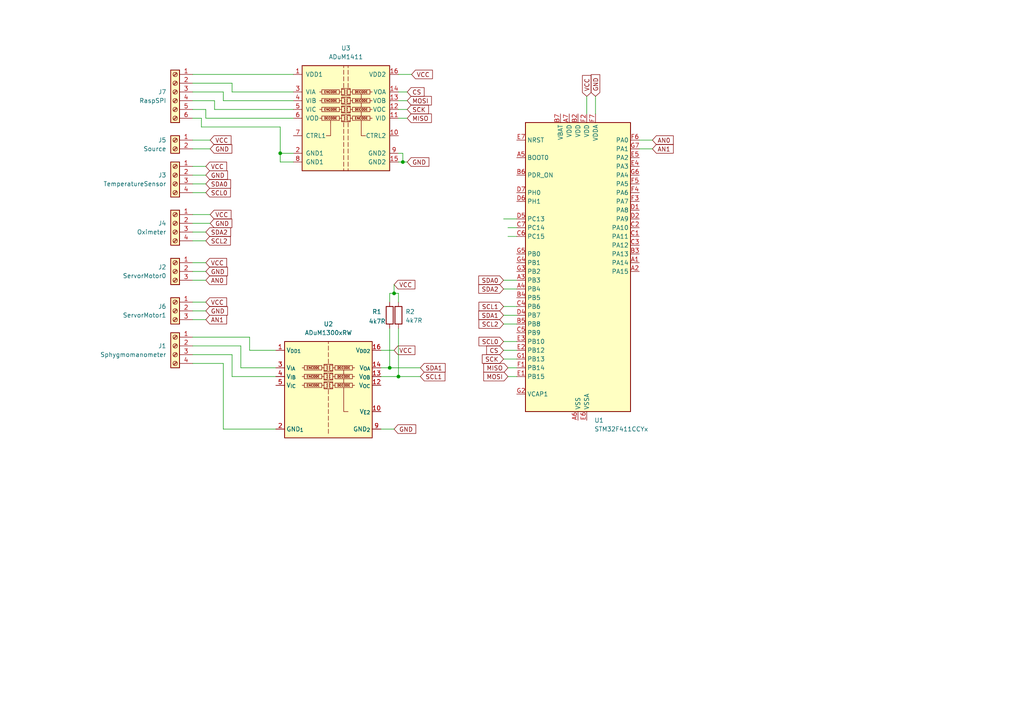
<source format=kicad_sch>
(kicad_sch (version 20231120) (generator "eeschema") (generator_version "8.0")
  (paper "A4")
  (lib_symbols
    (symbol "Connector:Screw_Terminal_01x02" (pin_names (offset 1.016) hide)
      (property "Reference" "J" (at 0 2.54 0))
      (property "Value" "Screw_Terminal_01x02" (at 0 -5.08 0))
      (symbol "Screw_Terminal_01x02_1_1"
        (rectangle (start -1.27 1.27) (end 1.27 -3.81) (stroke (width 0.254)) (fill (type background)))
        (circle (center 0 -2.54) (radius 0.635) (stroke (width 0.1524)))
        (polyline (pts (xy -0.5334 -2.2098) (xy 0.3302 -3.048)) (stroke (width 0.1524)))
        (polyline (pts (xy -0.5334 0.3302) (xy 0.3302 -0.508)) (stroke (width 0.1524)))
        (polyline (pts (xy -0.3556 -2.032) (xy 0.508 -2.8702)) (stroke (width 0.1524)))
        (polyline (pts (xy -0.3556 0.508) (xy 0.508 -0.3302)) (stroke (width 0.1524)))
        (circle (center 0 0) (radius 0.635) (stroke (width 0.1524)))
        (pin passive line (at -5.08 0 0) (length 3.81) (name "Pin_1") (number "1"))
        (pin passive line (at -5.08 -2.54 0) (length 3.81) (name "Pin_2") (number "2"))
      )
    )
    (symbol "Connector:Screw_Terminal_01x03" (pin_names (offset 1.016) hide)
      (property "Reference" "J" (at 0 5.08 0))
      (property "Value" "Screw_Terminal_01x03" (at 0 -5.08 0))
      (symbol "Screw_Terminal_01x03_1_1"
        (rectangle (start -1.27 3.81) (end 1.27 -3.81) (stroke (width 0.254)) (fill (type background)))
        (circle (center 0 -2.54) (radius 0.635) (stroke (width 0.1524)))
        (polyline (pts (xy -0.5334 -2.2098) (xy 0.3302 -3.048)) (stroke (width 0.1524)))
        (polyline (pts (xy -0.5334 0.3302) (xy 0.3302 -0.508)) (stroke (width 0.1524)))
        (polyline (pts (xy -0.5334 2.8702) (xy 0.3302 2.032)) (stroke (width 0.1524)))
        (polyline (pts (xy -0.3556 -2.032) (xy 0.508 -2.8702)) (stroke (width 0.1524)))
        (polyline (pts (xy -0.3556 0.508) (xy 0.508 -0.3302)) (stroke (width 0.1524)))
        (polyline (pts (xy -0.3556 3.048) (xy 0.508 2.2098)) (stroke (width 0.1524)))
        (circle (center 0 0) (radius 0.635) (stroke (width 0.1524)))
        (circle (center 0 2.54) (radius 0.635) (stroke (width 0.1524)))
        (pin passive line (at -5.08 2.54 0) (length 3.81) (name "Pin_1") (number "1"))
        (pin passive line (at -5.08 0 0) (length 3.81) (name "Pin_2") (number "2"))
        (pin passive line (at -5.08 -2.54 0) (length 3.81) (name "Pin_3") (number "3"))
      )
    )
    (symbol "Connector:Screw_Terminal_01x04" (pin_names (offset 1.016) hide)
      (property "Reference" "J" (at 0 5.08 0))
      (property "Value" "Screw_Terminal_01x04" (at 0 -7.62 0))
      (symbol "Screw_Terminal_01x04_1_1"
        (rectangle (start -1.27 3.81) (end 1.27 -6.35) (stroke (width 0.254)) (fill (type background)))
        (circle (center 0 -5.08) (radius 0.635) (stroke (width 0.1524)))
        (circle (center 0 -2.54) (radius 0.635) (stroke (width 0.1524)))
        (polyline (pts (xy -0.5334 -4.7498) (xy 0.3302 -5.588)) (stroke (width 0.1524)))
        (polyline (pts (xy -0.5334 -2.2098) (xy 0.3302 -3.048)) (stroke (width 0.1524)))
        (polyline (pts (xy -0.5334 0.3302) (xy 0.3302 -0.508)) (stroke (width 0.1524)))
        (polyline (pts (xy -0.5334 2.8702) (xy 0.3302 2.032)) (stroke (width 0.1524)))
        (polyline (pts (xy -0.3556 -4.572) (xy 0.508 -5.4102)) (stroke (width 0.1524)))
        (polyline (pts (xy -0.3556 -2.032) (xy 0.508 -2.8702)) (stroke (width 0.1524)))
        (polyline (pts (xy -0.3556 0.508) (xy 0.508 -0.3302)) (stroke (width 0.1524)))
        (polyline (pts (xy -0.3556 3.048) (xy 0.508 2.2098)) (stroke (width 0.1524)))
        (circle (center 0 0) (radius 0.635) (stroke (width 0.1524)))
        (circle (center 0 2.54) (radius 0.635) (stroke (width 0.1524)))
        (pin passive line (at -5.08 2.54 0) (length 3.81) (name "Pin_1") (number "1"))
        (pin passive line (at -5.08 0 0) (length 3.81) (name "Pin_2") (number "2"))
        (pin passive line (at -5.08 -2.54 0) (length 3.81) (name "Pin_3") (number "3"))
        (pin passive line (at -5.08 -5.08 0) (length 3.81) (name "Pin_4") (number "4"))
      )
    )
    (symbol "Connector:Screw_Terminal_01x06" (pin_names (offset 1.016) hide)
      (property "Reference" "J" (at 0 7.62 0))
      (property "Value" "Screw_Terminal_01x06" (at 0 -10.16 0))
      (symbol "Screw_Terminal_01x06_1_1"
        (rectangle (start -1.27 6.35) (end 1.27 -8.89) (stroke (width 0.254)) (fill (type background)))
        (circle (center 0 -7.62) (radius 0.635) (stroke (width 0.1524)))
        (circle (center 0 -5.08) (radius 0.635) (stroke (width 0.1524)))
        (circle (center 0 -2.54) (radius 0.635) (stroke (width 0.1524)))
        (polyline (pts (xy -0.5334 -7.2898) (xy 0.3302 -8.128)) (stroke (width 0.1524)))
        (polyline (pts (xy -0.5334 -4.7498) (xy 0.3302 -5.588)) (stroke (width 0.1524)))
        (polyline (pts (xy -0.5334 -2.2098) (xy 0.3302 -3.048)) (stroke (width 0.1524)))
        (polyline (pts (xy -0.5334 0.3302) (xy 0.3302 -0.508)) (stroke (width 0.1524)))
        (polyline (pts (xy -0.5334 2.8702) (xy 0.3302 2.032)) (stroke (width 0.1524)))
        (polyline (pts (xy -0.5334 5.4102) (xy 0.3302 4.572)) (stroke (width 0.1524)))
        (polyline (pts (xy -0.3556 -7.112) (xy 0.508 -7.9502)) (stroke (width 0.1524)))
        (polyline (pts (xy -0.3556 -4.572) (xy 0.508 -5.4102)) (stroke (width 0.1524)))
        (polyline (pts (xy -0.3556 -2.032) (xy 0.508 -2.8702)) (stroke (width 0.1524)))
        (polyline (pts (xy -0.3556 0.508) (xy 0.508 -0.3302)) (stroke (width 0.1524)))
        (polyline (pts (xy -0.3556 3.048) (xy 0.508 2.2098)) (stroke (width 0.1524)))
        (polyline (pts (xy -0.3556 5.588) (xy 0.508 4.7498)) (stroke (width 0.1524)))
        (circle (center 0 0) (radius 0.635) (stroke (width 0.1524)))
        (circle (center 0 2.54) (radius 0.635) (stroke (width 0.1524)))
        (circle (center 0 5.08) (radius 0.635) (stroke (width 0.1524)))
        (pin passive line (at -5.08 5.08 0) (length 3.81) (name "Pin_1") (number "1"))
        (pin passive line (at -5.08 2.54 0) (length 3.81) (name "Pin_2") (number "2"))
        (pin passive line (at -5.08 0 0) (length 3.81) (name "Pin_3") (number "3"))
        (pin passive line (at -5.08 -2.54 0) (length 3.81) (name "Pin_4") (number "4"))
        (pin passive line (at -5.08 -5.08 0) (length 3.81) (name "Pin_5") (number "5"))
        (pin passive line (at -5.08 -7.62 0) (length 3.81) (name "Pin_6") (number "6"))
      )
    )
    (symbol "Device:R" (pin_numbers hide) (pin_names (offset 0))
      (property "Reference" "R" (at 2.032 0 90))
      (property "Value" "R" (at 0 0 90))
      (symbol "R_0_1"
        (rectangle (start -1.016 -2.54) (end 1.016 2.54) (stroke (width 0.254)))
      )
      (symbol "R_1_1"
        (pin passive line (at 0 3.81 270) (length 1.27) (name "~") (number "1"))
        (pin passive line (at 0 -3.81 90) (length 1.27) (name "~") (number "2"))
      )
    )
    (symbol "Isolator:ADuM1300xRW"
      (property "Reference" "U" (at 0 19.05 0))
      (property "Value" "ADuM1300xRW" (at 0 16.51 0))
      (symbol "ADuM1300xRW_0_0"
        (rectangle (start -1.27 3.556) (end 1.27 1.524))
        (rectangle (start -1.27 6.096) (end 1.27 4.064))
        (rectangle (start -1.27 8.636) (end 1.27 6.604))
        (arc (start -0.508 1.778) (mid -0.2551 2.032) (end -0.508 2.286))
        (arc (start -0.508 2.286) (mid -0.2551 2.54) (end -0.508 2.794))
        (arc (start -0.508 2.794) (mid -0.2551 3.048) (end -0.508 3.302))
        (arc (start -0.508 4.318) (mid -0.2551 4.572) (end -0.508 4.826))
        (arc (start -0.508 4.826) (mid -0.2551 5.08) (end -0.508 5.334))
        (arc (start -0.508 5.334) (mid -0.2551 5.588) (end -0.508 5.842))
        (arc (start -0.508 6.858) (mid -0.2551 7.112) (end -0.508 7.366))
        (arc (start -0.508 7.366) (mid -0.2551 7.62) (end -0.508 7.874))
        (arc (start -0.508 7.874) (mid -0.2551 8.128) (end -0.508 8.382))
        (polyline (pts (xy -6.985 2.54) (xy -7.62 2.54)))
        (polyline (pts (xy -6.985 5.08) (xy -7.62 5.08)))
        (polyline (pts (xy -6.985 7.62) (xy -7.62 7.62)))
        (polyline (pts (xy -1.905 2.54) (xy -1.27 2.54)))
        (polyline (pts (xy -1.905 5.08) (xy -1.27 5.08)))
        (polyline (pts (xy -1.905 7.62) (xy -1.27 7.62)))
        (polyline (pts (xy -1.27 1.778) (xy -0.508 1.778)))
        (polyline (pts (xy -1.27 3.302) (xy -0.508 3.302)))
        (polyline (pts (xy -1.27 4.318) (xy -0.508 4.318)))
        (polyline (pts (xy -1.27 5.842) (xy -0.508 5.842)))
        (polyline (pts (xy -1.27 6.858) (xy -0.508 6.858)))
        (polyline (pts (xy -1.27 8.382) (xy -0.508 8.382)))
        (polyline (pts (xy 0 -10.16) (xy 0 -11.43)))
        (polyline (pts (xy 0 -8.255) (xy 0 -9.525)))
        (polyline (pts (xy 0 -6.35) (xy 0 -7.62)))
        (polyline (pts (xy 0 -4.445) (xy 0 -5.715)))
        (polyline (pts (xy 0 -2.54) (xy 0 -3.81)))
        (polyline (pts (xy 0 -0.635) (xy 0 -1.905)))
        (polyline (pts (xy 0 1.27) (xy 0 0)))
        (polyline (pts (xy 0 8.89) (xy 0 10.16)))
        (polyline (pts (xy 0 10.795) (xy 0 12.065)))
        (polyline (pts (xy 0 12.7) (xy 0 13.97)))
        (polyline (pts (xy 0 15.24) (xy 0 14.605)))
        (polyline (pts (xy 1.27 1.778) (xy 0.508 1.778)))
        (polyline (pts (xy 1.27 3.302) (xy 0.508 3.302)))
        (polyline (pts (xy 1.27 4.318) (xy 0.508 4.318)))
        (polyline (pts (xy 1.27 5.842) (xy 0.508 5.842)))
        (polyline (pts (xy 1.27 6.858) (xy 0.508 6.858)))
        (polyline (pts (xy 1.27 8.382) (xy 0.508 8.382)))
        (polyline (pts (xy 1.905 2.54) (xy 1.27 2.54)))
        (polyline (pts (xy 1.905 5.08) (xy 1.27 5.08)))
        (polyline (pts (xy 1.905 7.62) (xy 1.27 7.62)))
        (polyline (pts (xy 4.445 3.175) (xy 4.445 4.445)))
        (polyline (pts (xy 4.445 5.715) (xy 4.445 6.985)))
        (polyline (pts (xy 6.985 2.54) (xy 7.62 2.54)))
        (polyline (pts (xy 6.985 5.08) (xy 7.62 5.08)))
        (polyline (pts (xy 6.985 7.62) (xy 7.62 7.62)))
        (polyline (pts (xy 5.715 -5.08) (xy 4.445 -5.08) (xy 4.445 1.905)))
        (arc (start 0.508 2.286) (mid 0.2551 2.032) (end 0.508 1.778))
        (arc (start 0.508 2.794) (mid 0.2551 2.54) (end 0.508 2.286))
        (arc (start 0.508 3.302) (mid 0.2551 3.048) (end 0.508 2.794))
        (arc (start 0.508 4.826) (mid 0.2551 4.572) (end 0.508 4.318))
        (arc (start 0.508 5.334) (mid 0.2551 5.08) (end 0.508 4.826))
        (arc (start 0.508 5.842) (mid 0.2551 5.588) (end 0.508 5.334))
        (arc (start 0.508 7.366) (mid 0.2551 7.112) (end 0.508 6.858))
        (arc (start 0.508 7.874) (mid 0.2551 7.62) (end 0.508 7.366))
        (arc (start 0.508 8.382) (mid 0.2551 8.128) (end 0.508 7.874))
        (rectangle (start 1.905 3.175) (end 6.985 1.905))
        (rectangle (start 1.905 5.715) (end 6.985 4.445))
        (rectangle (start 1.905 8.255) (end 6.985 6.985))
        (text "DECODE" (at 4.445 2.54 0) (effects (font (size 0.635 0.635))))
        (text "DECODE" (at 4.445 5.08 0) (effects (font (size 0.635 0.635))))
        (text "DECODE" (at 4.445 7.62 0) (effects (font (size 0.635 0.635))))
        (text "ENCODE" (at -4.445 2.54 0) (effects (font (size 0.635 0.635))))
        (text "ENCODE" (at -4.445 5.08 0) (effects (font (size 0.635 0.635))))
        (text "ENCODE" (at -4.445 7.62 0) (effects (font (size 0.635 0.635))))
      )
      (symbol "ADuM1300xRW_0_1"
        (rectangle (start -12.7 15.24) (end 12.7 -12.7) (stroke (width 0.254)) (fill (type background)))
        (rectangle (start -1.905 3.175) (end -6.985 1.905))
        (rectangle (start -1.905 5.715) (end -6.985 4.445))
        (rectangle (start -1.905 8.255) (end -6.985 6.985))
      )
      (symbol "ADuM1300xRW_1_1"
        (pin power_in line (at -15.24 12.7 0) (length 2.54) (name "V_{DD1}") (number "1"))
        (pin input line (at 15.24 -5.08 180) (length 2.54) (name "V_{E2}") (number "10"))
        (pin no_connect line (at 15.24 -2.54 180) (length 2.54) hide (name "NC") (number "11"))
        (pin output line (at 15.24 2.54 180) (length 2.54) (name "V_{OC}") (number "12"))
        (pin output line (at 15.24 5.08 180) (length 2.54) (name "V_{OB}") (number "13"))
        (pin output line (at 15.24 7.62 180) (length 2.54) (name "V_{OA}") (number "14"))
        (pin passive line (at 15.24 -10.16 180) (length 2.54) hide (name "GND_{2}") (number "15"))
        (pin power_in line (at 15.24 12.7 180) (length 2.54) (name "V_{DD2}") (number "16"))
        (pin power_in line (at -15.24 -10.16 0) (length 2.54) (name "GND_{1}") (number "2"))
        (pin input line (at -15.24 7.62 0) (length 2.54) (name "V_{IA}") (number "3"))
        (pin input line (at -15.24 5.08 0) (length 2.54) (name "V_{IB}") (number "4"))
        (pin input line (at -15.24 2.54 0) (length 2.54) (name "V_{IC}") (number "5"))
        (pin no_connect line (at -15.24 -2.54 0) (length 2.54) hide (name "NC") (number "6"))
        (pin no_connect line (at -15.24 -5.08 0) (length 2.54) hide (name "NC") (number "7"))
        (pin passive line (at -15.24 -10.16 0) (length 2.54) hide (name "GND_{1}") (number "8"))
        (pin power_in line (at 15.24 -10.16 180) (length 2.54) (name "GND_{2}") (number "9"))
      )
    )
    (symbol "Isolator:ADuM1411" (pin_names (offset 1.016))
      (property "Reference" "U" (at 0 19.05 0))
      (property "Value" "ADuM1411" (at 0 16.51 0))
      (symbol "ADuM1411_0_0"
        (rectangle (start -1.905 0.635) (end -6.985 -0.635))
        (rectangle (start -1.27 1.016) (end 1.27 -1.016))
        (rectangle (start -1.27 3.556) (end 1.27 1.524))
        (rectangle (start -1.27 6.096) (end 1.27 4.064))
        (rectangle (start -1.27 8.636) (end 1.27 6.604))
        (arc (start -0.508 -0.762) (mid -0.2551 -0.508) (end -0.508 -0.254))
        (arc (start -0.508 -0.254) (mid -0.2551 0) (end -0.508 0.254))
        (arc (start -0.508 0.254) (mid -0.2551 0.508) (end -0.508 0.762))
        (arc (start -0.508 1.778) (mid -0.2551 2.032) (end -0.508 2.286))
        (arc (start -0.508 2.286) (mid -0.2551 2.54) (end -0.508 2.794))
        (arc (start -0.508 2.794) (mid -0.2551 3.048) (end -0.508 3.302))
        (arc (start -0.508 4.318) (mid -0.2551 4.572) (end -0.508 4.826))
        (arc (start -0.508 4.826) (mid -0.2551 5.08) (end -0.508 5.334))
        (arc (start -0.508 5.334) (mid -0.2551 5.588) (end -0.508 5.842))
        (arc (start -0.508 6.858) (mid -0.2551 7.112) (end -0.508 7.366))
        (arc (start -0.508 7.366) (mid -0.2551 7.62) (end -0.508 7.874))
        (arc (start -0.508 7.874) (mid -0.2551 8.128) (end -0.508 8.382))
        (polyline (pts (xy -6.985 0) (xy -7.62 0)))
        (polyline (pts (xy -6.985 2.54) (xy -7.62 2.54)))
        (polyline (pts (xy -6.985 5.08) (xy -7.62 5.08)))
        (polyline (pts (xy -6.985 7.62) (xy -7.62 7.62)))
        (polyline (pts (xy -4.445 -1.27) (xy -4.445 -0.635)))
        (polyline (pts (xy -1.905 0) (xy -1.27 0)))
        (polyline (pts (xy -1.905 2.54) (xy -1.27 2.54)))
        (polyline (pts (xy -1.905 5.08) (xy -1.27 5.08)))
        (polyline (pts (xy -1.905 7.62) (xy -1.27 7.62)))
        (polyline (pts (xy -1.27 -0.762) (xy -0.508 -0.762)))
        (polyline (pts (xy -1.27 0.762) (xy -0.508 0.762)))
        (polyline (pts (xy -1.27 1.778) (xy -0.508 1.778)))
        (polyline (pts (xy -1.27 3.302) (xy -0.508 3.302)))
        (polyline (pts (xy -1.27 4.318) (xy -0.508 4.318)))
        (polyline (pts (xy -1.27 5.842) (xy -0.508 5.842)))
        (polyline (pts (xy -1.27 6.858) (xy -0.508 6.858)))
        (polyline (pts (xy -1.27 8.382) (xy -0.508 8.382)))
        (polyline (pts (xy -0.635 -10.795) (xy -0.635 -12.065)))
        (polyline (pts (xy -0.635 -8.89) (xy -0.635 -10.16)))
        (polyline (pts (xy -0.635 -6.985) (xy -0.635 -8.255)))
        (polyline (pts (xy -0.635 -5.08) (xy -0.635 -6.35)))
        (polyline (pts (xy -0.635 -3.175) (xy -0.635 -4.445)))
        (polyline (pts (xy -0.635 -1.27) (xy -0.635 -2.54)))
        (polyline (pts (xy -0.635 8.89) (xy -0.635 10.16)))
        (polyline (pts (xy -0.635 10.795) (xy -0.635 12.065)))
        (polyline (pts (xy -0.635 12.7) (xy -0.635 13.97)))
        (polyline (pts (xy -0.635 15.24) (xy -0.635 14.605)))
        (polyline (pts (xy 0.635 -10.795) (xy 0.635 -12.065)))
        (polyline (pts (xy 0.635 -8.89) (xy 0.635 -10.16)))
        (polyline (pts (xy 0.635 -6.985) (xy 0.635 -8.255)))
        (polyline (pts (xy 0.635 -5.08) (xy 0.635 -6.35)))
        (polyline (pts (xy 0.635 -3.175) (xy 0.635 -4.445)))
        (polyline (pts (xy 0.635 -1.27) (xy 0.635 -2.54)))
        (polyline (pts (xy 0.635 8.89) (xy 0.635 10.16)))
        (polyline (pts (xy 0.635 12.065) (xy 0.635 10.795)))
        (polyline (pts (xy 0.635 13.97) (xy 0.635 12.7)))
        (polyline (pts (xy 0.635 14.605) (xy 0.635 15.24)))
        (polyline (pts (xy 1.27 -0.762) (xy 0.508 -0.762)))
        (polyline (pts (xy 1.27 0.762) (xy 0.508 0.762)))
        (polyline (pts (xy 1.27 1.778) (xy 0.508 1.778)))
        (polyline (pts (xy 1.27 3.302) (xy 0.508 3.302)))
        (polyline (pts (xy 1.27 4.318) (xy 0.508 4.318)))
        (polyline (pts (xy 1.27 5.842) (xy 0.508 5.842)))
        (polyline (pts (xy 1.27 6.858) (xy 0.508 6.858)))
        (polyline (pts (xy 1.27 8.382) (xy 0.508 8.382)))
        (polyline (pts (xy 1.905 0) (xy 1.27 0)))
        (polyline (pts (xy 1.905 2.54) (xy 1.27 2.54)))
        (polyline (pts (xy 1.905 5.08) (xy 1.27 5.08)))
        (polyline (pts (xy 1.905 7.62) (xy 1.27 7.62)))
        (polyline (pts (xy 4.445 0.635) (xy 4.445 1.905)))
        (polyline (pts (xy 4.445 3.175) (xy 4.445 4.445)))
        (polyline (pts (xy 4.445 5.715) (xy 4.445 6.985)))
        (polyline (pts (xy 6.985 0) (xy 7.62 0)))
        (polyline (pts (xy 6.985 2.54) (xy 7.62 2.54)))
        (polyline (pts (xy 6.985 5.08) (xy 7.62 5.08)))
        (polyline (pts (xy 6.985 7.62) (xy 7.62 7.62)))
        (polyline (pts (xy -4.445 -1.27) (xy -4.445 -5.08) (xy -5.715 -5.08)))
        (polyline (pts (xy 5.715 -5.08) (xy 4.445 -5.08) (xy 4.445 -0.635)))
        (arc (start 0.508 -0.254) (mid 0.2551 -0.508) (end 0.508 -0.762))
        (arc (start 0.508 0.254) (mid 0.2551 0) (end 0.508 -0.254))
        (arc (start 0.508 0.762) (mid 0.2551 0.508) (end 0.508 0.254))
        (arc (start 0.508 2.286) (mid 0.2551 2.032) (end 0.508 1.778))
        (arc (start 0.508 2.794) (mid 0.2551 2.54) (end 0.508 2.286))
        (arc (start 0.508 3.302) (mid 0.2551 3.048) (end 0.508 2.794))
        (arc (start 0.508 4.826) (mid 0.2551 4.572) (end 0.508 4.318))
        (arc (start 0.508 5.334) (mid 0.2551 5.08) (end 0.508 4.826))
        (arc (start 0.508 5.842) (mid 0.2551 5.588) (end 0.508 5.334))
        (arc (start 0.508 7.366) (mid 0.2551 7.112) (end 0.508 6.858))
        (arc (start 0.508 7.874) (mid 0.2551 7.62) (end 0.508 7.366))
        (arc (start 0.508 8.382) (mid 0.2551 8.128) (end 0.508 7.874))
        (rectangle (start 1.905 0.635) (end 6.985 -0.635))
        (rectangle (start 1.905 3.175) (end 6.985 1.905))
        (rectangle (start 1.905 5.715) (end 6.985 4.445))
        (rectangle (start 1.905 8.255) (end 6.985 6.985))
        (text "DECODE" (at -4.445 0 0) (effects (font (size 0.635 0.635))))
        (text "DECODE" (at 4.445 2.54 0) (effects (font (size 0.635 0.635))))
        (text "DECODE" (at 4.445 5.08 0) (effects (font (size 0.635 0.635))))
        (text "DECODE" (at 4.445 7.62 0) (effects (font (size 0.635 0.635))))
        (text "ENCODE" (at -4.445 2.54 0) (effects (font (size 0.635 0.635))))
        (text "ENCODE" (at -4.445 5.08 0) (effects (font (size 0.635 0.635))))
        (text "ENCODE" (at -4.445 7.62 0) (effects (font (size 0.635 0.635))))
        (text "ENCODE" (at 4.445 0 0) (effects (font (size 0.635 0.635))))
      )
      (symbol "ADuM1411_0_1"
        (rectangle (start -12.7 15.24) (end 12.7 -15.24) (stroke (width 0.254)) (fill (type background)))
        (rectangle (start -1.905 3.175) (end -6.985 1.905))
        (rectangle (start -1.905 5.715) (end -6.985 4.445))
        (rectangle (start -1.905 8.255) (end -6.985 6.985))
        (polyline (pts (xy -0.635 -14.605) (xy -0.635 -15.24)))
        (polyline (pts (xy -0.635 -12.7) (xy -0.635 -13.97)))
        (polyline (pts (xy 0.635 -14.605) (xy 0.635 -15.24)))
        (polyline (pts (xy 0.635 -12.7) (xy 0.635 -13.97)))
      )
      (symbol "ADuM1411_1_1"
        (pin power_in line (at -15.24 12.7 0) (length 2.54) (name "VDD1") (number "1"))
        (pin input line (at 15.24 -5.08 180) (length 2.54) (name "CTRL2") (number "10"))
        (pin input line (at 15.24 0 180) (length 2.54) (name "VID") (number "11"))
        (pin output line (at 15.24 2.54 180) (length 2.54) (name "VOC") (number "12"))
        (pin output line (at 15.24 5.08 180) (length 2.54) (name "VOB") (number "13"))
        (pin output line (at 15.24 7.62 180) (length 2.54) (name "VOA") (number "14"))
        (pin power_in line (at 15.24 -12.7 180) (length 2.54) (name "GND2") (number "15"))
        (pin power_in line (at 15.24 12.7 180) (length 2.54) (name "VDD2") (number "16"))
        (pin power_in line (at -15.24 -10.16 0) (length 2.54) (name "GND1") (number "2"))
        (pin input line (at -15.24 7.62 0) (length 2.54) (name "VIA") (number "3"))
        (pin input line (at -15.24 5.08 0) (length 2.54) (name "VIB") (number "4"))
        (pin input line (at -15.24 2.54 0) (length 2.54) (name "VIC") (number "5"))
        (pin output line (at -15.24 0 0) (length 2.54) (name "VOD") (number "6"))
        (pin input line (at -15.24 -5.08 0) (length 2.54) (name "CTRL1") (number "7"))
        (pin power_in line (at -15.24 -12.7 0) (length 2.54) (name "GND1") (number "8"))
        (pin power_in line (at 15.24 -10.16 180) (length 2.54) (name "GND2") (number "9"))
      )
    )
    (symbol "MCU_ST_STM32F4:STM32F411CCYx"
      (property "Reference" "U" (at -15.24 44.45 0))
      (property "Value" "STM32F411CCYx" (at 7.62 44.45 0))
      (symbol "STM32F411CCYx_0_1"
        (rectangle (start -15.24 -40.64) (end 15.24 43.18) (stroke (width 0.254)) (fill (type background)))
      )
      (symbol "STM32F411CCYx_1_1"
        (pin bidirectional line (at 17.78 2.54 180) (length 2.54) (name "PA14") (number "A1"))
        (pin bidirectional line (at 17.78 0 180) (length 2.54) (name "PA15") (number "A2"))
        (pin bidirectional line (at -17.78 -2.54 0) (length 2.54) (name "PB3") (number "A3"))
        (pin bidirectional line (at -17.78 -5.08 0) (length 2.54) (name "PB4") (number "A4"))
        (pin input line (at -17.78 33.02 0) (length 2.54) (name "BOOT0") (number "A5"))
        (pin power_in line (at 0 -43.18 90) (length 2.54) (name "VSS") (number "A6"))
        (pin power_in line (at -2.54 45.72 270) (length 2.54) (name "VDD") (number "A7"))
        (pin passive line (at 0 -43.18 90) (length 2.54) hide (name "VSS") (number "B1"))
        (pin power_in line (at 0 45.72 270) (length 2.54) (name "VDD") (number "B2"))
        (pin bidirectional line (at 17.78 5.08 180) (length 2.54) (name "PA13") (number "B3"))
        (pin bidirectional line (at -17.78 -7.62 0) (length 2.54) (name "PB5") (number "B4"))
        (pin bidirectional line (at -17.78 -15.24 0) (length 2.54) (name "PB8") (number "B5"))
        (pin input line (at -17.78 27.94 0) (length 2.54) (name "PDR_ON") (number "B6"))
        (pin power_in line (at -5.08 45.72 270) (length 2.54) (name "VBAT") (number "B7"))
        (pin bidirectional line (at 17.78 10.16 180) (length 2.54) (name "PA11") (number "C1"))
        (pin bidirectional line (at 17.78 12.7 180) (length 2.54) (name "PA10") (number "C2"))
        (pin bidirectional line (at 17.78 7.62 180) (length 2.54) (name "PA12") (number "C3"))
        (pin bidirectional line (at -17.78 -10.16 0) (length 2.54) (name "PB6") (number "C4"))
        (pin bidirectional line (at -17.78 -17.78 0) (length 2.54) (name "PB9") (number "C5"))
        (pin bidirectional line (at -17.78 10.16 0) (length 2.54) (name "PC15") (number "C6"))
        (pin bidirectional line (at -17.78 12.7 0) (length 2.54) (name "PC14") (number "C7"))
        (pin bidirectional line (at 17.78 17.78 180) (length 2.54) (name "PA8") (number "D1"))
        (pin bidirectional line (at 17.78 15.24 180) (length 2.54) (name "PA9") (number "D2"))
        (pin passive line (at 0 -43.18 90) (length 2.54) hide (name "VSS") (number "D3"))
        (pin bidirectional line (at -17.78 -12.7 0) (length 2.54) (name "PB7") (number "D4"))
        (pin bidirectional line (at -17.78 15.24 0) (length 2.54) (name "PC13") (number "D5"))
        (pin bidirectional line (at -17.78 20.32 0) (length 2.54) (name "PH1") (number "D6"))
        (pin bidirectional line (at -17.78 22.86 0) (length 2.54) (name "PH0") (number "D7"))
        (pin bidirectional line (at -17.78 -30.48 0) (length 2.54) (name "PB15") (number "E1"))
        (pin bidirectional line (at -17.78 -22.86 0) (length 2.54) (name "PB12") (number "E2"))
        (pin bidirectional line (at -17.78 -20.32 0) (length 2.54) (name "PB10") (number "E3"))
        (pin bidirectional line (at 17.78 30.48 180) (length 2.54) (name "PA3") (number "E4"))
        (pin bidirectional line (at 17.78 33.02 180) (length 2.54) (name "PA2") (number "E5"))
        (pin power_in line (at 2.54 -43.18 90) (length 2.54) (name "VSSA") (number "E6"))
        (pin input line (at -17.78 38.1 0) (length 2.54) (name "NRST") (number "E7"))
        (pin bidirectional line (at -17.78 -27.94 0) (length 2.54) (name "PB14") (number "F1"))
        (pin power_in line (at 2.54 45.72 270) (length 2.54) (name "VDD") (number "F2"))
        (pin bidirectional line (at 17.78 20.32 180) (length 2.54) (name "PA7") (number "F3"))
        (pin bidirectional line (at 17.78 22.86 180) (length 2.54) (name "PA6") (number "F4"))
        (pin bidirectional line (at 17.78 25.4 180) (length 2.54) (name "PA5") (number "F5"))
        (pin bidirectional line (at 17.78 38.1 180) (length 2.54) (name "PA0") (number "F6"))
        (pin power_in line (at 5.08 45.72 270) (length 2.54) (name "VDDA") (number "F7"))
        (pin bidirectional line (at -17.78 -25.4 0) (length 2.54) (name "PB13") (number "G1"))
        (pin power_out line (at -17.78 -35.56 0) (length 2.54) (name "VCAP1") (number "G2"))
        (pin bidirectional line (at -17.78 0 0) (length 2.54) (name "PB2") (number "G3"))
        (pin bidirectional line (at -17.78 2.54 0) (length 2.54) (name "PB1") (number "G4"))
        (pin bidirectional line (at -17.78 5.08 0) (length 2.54) (name "PB0") (number "G5"))
        (pin bidirectional line (at 17.78 27.94 180) (length 2.54) (name "PA4") (number "G6"))
        (pin bidirectional line (at 17.78 35.56 180) (length 2.54) (name "PA1") (number "G7"))
      )
    )
  )
  (junction (at 116.84 46.99))
  (junction (at 81.28 44.45))
  (junction (at 115.57 109.22))
  (junction (at 114.3 85.09))
  (junction (at 113.03 106.68))
  (wire (pts (xy 55.88 62.23) (xy 60.96 62.23)))
  (wire (pts (xy 149.86 93.98) (xy 146.05 93.98)))
  (wire (pts (xy 85.09 29.21) (xy 64.77 29.21)))
  (wire (pts (xy 149.86 63.5) (xy 146.05 63.5)))
  (wire (pts (xy 172.72 33.02) (xy 172.72 27.94)))
  (wire (pts (xy 81.28 44.45) (xy 85.09 44.45)))
  (wire (pts (xy 55.88 40.64) (xy 60.96 40.64)))
  (wire (pts (xy 62.23 29.21) (xy 62.23 31.75)))
  (wire (pts (xy 185.42 40.64) (xy 189.23 40.64)))
  (wire (pts (xy 69.85 100.33) (xy 69.85 106.68)))
  (wire (pts (xy 146.05 104.14) (xy 149.86 104.14)))
  (wire (pts (xy 256.54 -13.97) (xy 260.35 -13.97)))
  (wire (pts (xy 146.05 83.82) (xy 149.86 83.82)))
  (wire (pts (xy 55.88 102.87) (xy 67.31 102.87)))
  (wire (pts (xy 115.57 109.22) (xy 121.92 109.22)))
  (wire (pts (xy 55.88 26.67) (xy 64.77 26.67)))
  (wire (pts (xy 115.57 21.59) (xy 119.38 21.59)))
  (wire (pts (xy 67.31 26.67) (xy 85.09 26.67)))
  (wire (pts (xy 149.86 91.44) (xy 146.05 91.44)))
  (wire (pts (xy 115.57 87.63) (xy 115.57 85.09)))
  (wire (pts (xy 110.49 106.68) (xy 113.03 106.68)))
  (wire (pts (xy 55.88 67.31) (xy 59.69 67.31)))
  (wire (pts (xy 146.05 101.6) (xy 149.86 101.6)))
  (wire (pts (xy 115.57 31.75) (xy 118.11 31.75)))
  (wire (pts (xy 55.88 76.2) (xy 59.69 76.2)))
  (wire (pts (xy 85.09 34.29) (xy 59.69 34.29)))
  (wire (pts (xy 55.88 24.13) (xy 67.31 24.13)))
  (wire (pts (xy 115.57 46.99) (xy 116.84 46.99)))
  (wire (pts (xy 113.03 85.09) (xy 114.3 85.09)))
  (wire (pts (xy 81.28 36.83) (xy 58.42 36.83)))
  (wire (pts (xy 81.28 44.45) (xy 81.28 36.83)))
  (wire (pts (xy 147.32 68.58) (xy 149.86 68.58)))
  (wire (pts (xy 55.88 100.33) (xy 69.85 100.33)))
  (wire (pts (xy 115.57 34.29) (xy 118.11 34.29)))
  (wire (pts (xy 149.86 81.28) (xy 146.05 81.28)))
  (wire (pts (xy 55.88 105.41) (xy 64.77 105.41)))
  (wire (pts (xy 55.88 69.85) (xy 59.69 69.85)))
  (wire (pts (xy 55.88 50.8) (xy 59.69 50.8)))
  (wire (pts (xy 55.88 21.59) (xy 85.09 21.59)))
  (wire (pts (xy 147.32 109.22) (xy 149.86 109.22)))
  (wire (pts (xy 80.01 101.6) (xy 72.39 101.6)))
  (wire (pts (xy 149.86 66.04) (xy 147.32 66.04)))
  (wire (pts (xy 69.85 106.68) (xy 80.01 106.68)))
  (wire (pts (xy 81.28 46.99) (xy 81.28 44.45)))
  (wire (pts (xy 55.88 48.26) (xy 59.69 48.26)))
  (wire (pts (xy 147.32 106.68) (xy 149.86 106.68)))
  (wire (pts (xy 149.86 88.9) (xy 146.05 88.9)))
  (wire (pts (xy 55.88 90.17) (xy 59.69 90.17)))
  (wire (pts (xy 55.88 64.77) (xy 60.96 64.77)))
  (wire (pts (xy 110.49 124.46) (xy 114.3 124.46)))
  (wire (pts (xy 116.84 46.99) (xy 118.11 46.99)))
  (wire (pts (xy 64.77 29.21) (xy 64.77 26.67)))
  (wire (pts (xy 115.57 26.67) (xy 118.11 26.67)))
  (wire (pts (xy 55.88 31.75) (xy 59.69 31.75)))
  (wire (pts (xy 72.39 97.79) (xy 55.88 97.79)))
  (wire (pts (xy 64.77 124.46) (xy 80.01 124.46)))
  (wire (pts (xy 80.01 109.22) (xy 67.31 109.22)))
  (wire (pts (xy 113.03 87.63) (xy 113.03 85.09)))
  (wire (pts (xy 113.03 95.25) (xy 113.03 106.68)))
  (wire (pts (xy 113.03 106.68) (xy 121.92 106.68)))
  (wire (pts (xy 55.88 92.71) (xy 59.69 92.71)))
  (wire (pts (xy 55.88 43.18) (xy 60.96 43.18)))
  (wire (pts (xy 110.49 109.22) (xy 115.57 109.22)))
  (wire (pts (xy 67.31 109.22) (xy 67.31 102.87)))
  (wire (pts (xy 110.49 101.6) (xy 114.3 101.6)))
  (wire (pts (xy 55.88 78.74) (xy 59.69 78.74)))
  (wire (pts (xy 58.42 36.83) (xy 58.42 34.29)))
  (wire (pts (xy 116.84 44.45) (xy 116.84 46.99)))
  (wire (pts (xy 55.88 29.21) (xy 62.23 29.21)))
  (wire (pts (xy 55.88 55.88) (xy 59.69 55.88)))
  (wire (pts (xy 67.31 24.13) (xy 67.31 26.67)))
  (wire (pts (xy 170.18 33.02) (xy 170.18 27.94)))
  (wire (pts (xy 114.3 82.55) (xy 114.3 85.09)))
  (wire (pts (xy 58.42 34.29) (xy 55.88 34.29)))
  (wire (pts (xy 115.57 29.21) (xy 118.11 29.21)))
  (wire (pts (xy 62.23 31.75) (xy 85.09 31.75)))
  (wire (pts (xy 55.88 81.28) (xy 59.69 81.28)))
  (wire (pts (xy 115.57 44.45) (xy 116.84 44.45)))
  (wire (pts (xy 64.77 105.41) (xy 64.77 124.46)))
  (wire (pts (xy 72.39 101.6) (xy 72.39 97.79)))
  (wire (pts (xy 55.88 87.63) (xy 59.69 87.63)))
  (wire (pts (xy 149.86 99.06) (xy 146.05 99.06)))
  (wire (pts (xy 55.88 53.34) (xy 59.69 53.34)))
  (wire (pts (xy 85.09 46.99) (xy 81.28 46.99)))
  (wire (pts (xy 115.57 85.09) (xy 114.3 85.09)))
  (wire (pts (xy 185.42 43.18) (xy 189.23 43.18)))
  (wire (pts (xy 115.57 95.25) (xy 115.57 109.22)))
  (wire (pts (xy 59.69 34.29) (xy 59.69 31.75)))
  (global_label "GND" (shape input) (at 118.11 46.99 0) (property "Intersheetrefs" "${INTERSHEET_REFS}" (effects (hide yes))))
  (global_label "CS" (shape input) (at 118.11 26.67 0) (property "Intersheetrefs" "${INTERSHEET_REFS}" (effects (hide yes))))
  (global_label "SDA1" (shape input) (at 146.05 91.44 180) (property "Intersheetrefs" "${INTERSHEET_REFS}" (effects (hide yes))))
  (global_label "SCK" (shape input) (at 146.05 104.14 180) (property "Intersheetrefs" "${INTERSHEET_REFS}" (effects (hide yes))))
  (global_label "VCC" (shape input) (at 59.69 87.63 0) (property "Intersheetrefs" "${INTERSHEET_REFS}" (effects (hide yes))))
  (global_label "SDA2" (shape input) (at 146.05 83.82 180) (property "Intersheetrefs" "${INTERSHEET_REFS}" (effects (hide yes))))
  (global_label "SDA1" (shape input) (at 121.92 106.68 0) (property "Intersheetrefs" "${INTERSHEET_REFS}" (effects (hide yes))))
  (global_label "AN1" (shape input) (at 59.69 92.71 0) (property "Intersheetrefs" "${INTERSHEET_REFS}" (effects (hide yes))))
  (global_label "MISO" (shape input) (at 118.11 34.29 0) (property "Intersheetrefs" "${INTERSHEET_REFS}" (effects (hide yes))))
  (global_label "VCC" (shape input) (at 59.69 48.26 0) (property "Intersheetrefs" "${INTERSHEET_REFS}" (effects (hide yes))))
  (global_label "VCC" (shape input) (at 59.69 76.2 0) (property "Intersheetrefs" "${INTERSHEET_REFS}" (effects (hide yes))))
  (global_label "SDA0" (shape input) (at 146.05 81.28 180) (property "Intersheetrefs" "${INTERSHEET_REFS}" (effects (hide yes))))
  (global_label "VCC" (shape input) (at 170.18 27.94 90) (property "Intersheetrefs" "${INTERSHEET_REFS}" (effects (hide yes))))
  (global_label "AN0" (shape input) (at 189.23 40.64 0) (property "Intersheetrefs" "${INTERSHEET_REFS}" (effects (hide yes))))
  (global_label "MOSI" (shape input) (at 118.11 29.21 0) (property "Intersheetrefs" "${INTERSHEET_REFS}" (effects (hide yes))))
  (global_label "SCL2" (shape input) (at 59.69 69.85 0) (property "Intersheetrefs" "${INTERSHEET_REFS}" (effects (hide yes))))
  (global_label "SCL0" (shape input) (at 59.69 55.88 0) (property "Intersheetrefs" "${INTERSHEET_REFS}" (effects (hide yes))))
  (global_label "SCL2" (shape input) (at 146.05 93.98 180) (property "Intersheetrefs" "${INTERSHEET_REFS}" (effects (hide yes))))
  (global_label "VCC" (shape input) (at 114.3 82.55 0) (property "Intersheetrefs" "${INTERSHEET_REFS}" (effects (hide yes))))
  (global_label "VCC" (shape input) (at 60.96 40.64 0) (property "Intersheetrefs" "${INTERSHEET_REFS}" (effects (hide yes))))
  (global_label "GND" (shape input) (at 172.72 27.94 90) (property "Intersheetrefs" "${INTERSHEET_REFS}" (effects (hide yes))))
  (global_label "VCC" (shape input) (at 60.96 62.23 0) (property "Intersheetrefs" "${INTERSHEET_REFS}" (effects (hide yes))))
  (global_label "SCL1" (shape input) (at 146.05 88.9 180) (property "Intersheetrefs" "${INTERSHEET_REFS}" (effects (hide yes))))
  (global_label "AN0" (shape input) (at 59.69 81.28 0) (property "Intersheetrefs" "${INTERSHEET_REFS}" (effects (hide yes))))
  (global_label "GND" (shape input) (at 60.96 64.77 0) (property "Intersheetrefs" "${INTERSHEET_REFS}" (effects (hide yes))))
  (global_label "SCL0" (shape input) (at 146.05 99.06 180) (property "Intersheetrefs" "${INTERSHEET_REFS}" (effects (hide yes))))
  (global_label "AN1" (shape input) (at 189.23 43.18 0) (property "Intersheetrefs" "${INTERSHEET_REFS}" (effects (hide yes))))
  (global_label "SCL1" (shape input) (at 121.92 109.22 0) (property "Intersheetrefs" "${INTERSHEET_REFS}" (effects (hide yes))))
  (global_label "SDA0" (shape input) (at 59.69 53.34 0) (property "Intersheetrefs" "${INTERSHEET_REFS}" (effects (hide yes))))
  (global_label "GND" (shape input) (at 59.69 50.8 0) (property "Intersheetrefs" "${INTERSHEET_REFS}" (effects (hide yes))))
  (global_label "VCC" (shape input) (at 119.38 21.59 0) (property "Intersheetrefs" "${INTERSHEET_REFS}" (effects (hide yes))))
  (global_label "VCC" (shape input) (at 114.3 101.6 0) (property "Intersheetrefs" "${INTERSHEET_REFS}" (effects (hide yes))))
  (global_label "GND" (shape input) (at 59.69 78.74 0) (property "Intersheetrefs" "${INTERSHEET_REFS}" (effects (hide yes))))
  (global_label "SDA2" (shape input) (at 59.69 67.31 0) (property "Intersheetrefs" "${INTERSHEET_REFS}" (effects (hide yes))))
  (global_label "GND" (shape input) (at 114.3 124.46 0) (property "Intersheetrefs" "${INTERSHEET_REFS}" (effects (hide yes))))
  (global_label "GND" (shape input) (at 60.96 43.18 0) (property "Intersheetrefs" "${INTERSHEET_REFS}" (effects (hide yes))))
  (global_label "CS" (shape input) (at 146.05 101.6 180) (property "Intersheetrefs" "${INTERSHEET_REFS}" (effects (hide yes))))
  (global_label "SCK" (shape input) (at 118.11 31.75 0) (property "Intersheetrefs" "${INTERSHEET_REFS}" (effects (hide yes))))
  (global_label "AN0" (shape input) (at 260.35 -13.97 0) (property "Intersheetrefs" "${INTERSHEET_REFS}" (effects (hide yes))))
  (global_label "MOSI" (shape input) (at 147.32 109.22 180) (property "Intersheetrefs" "${INTERSHEET_REFS}" (effects (hide yes))))
  (global_label "GND" (shape input) (at 59.69 90.17 0) (property "Intersheetrefs" "${INTERSHEET_REFS}" (effects (hide yes))))
  (global_label "MISO" (shape input) (at 147.32 106.68 180) (property "Intersheetrefs" "${INTERSHEET_REFS}" (effects (hide yes))))
  (symbol (lib_id "MCU_ST_STM32F4:STM32F411CCYx") (at 167.64 78.74 0) (unit 1)
    (property "Reference" "U1" (at 172.3741 121.92 0) (effects (justify left)))
    (property "Value" "STM32F411CCYx" (at 172.3741 124.46 0) (effects (justify left)))
    (property "Footprint" "Package_CSP:ST_WLCSP-49_Die431" (effects (hide yes)))
    (property "Datasheet" "https://www.st.com/resource/en/datasheet/stm32f411cc.pdf" (effects (hide yes)))
    (property "Description" "STMicroelectronics Arm Cortex-M4 MCU, 256KB flash, 128KB RAM, 100 MHz, 1.7-3.6V, 36 GPIO, WLCSP49" (effects (hide yes)))
  )
  (symbol (lib_id "Connector:Screw_Terminal_01x06") (at 50.8 26.67 0) (mirror y) (unit 1)
    (property "Reference" "J7" (at 48.26 26.6699 0) (effects (justify left)))
    (property "Value" "RaspSPI" (at 48.26 29.2099 0) (effects (justify left)))
    (property "Description" "Generic screw terminal, single row, 01x06, script generated (kicad-library-utils/schlib/autogen/connector/)" (effects (hide yes)))
  )
  (symbol (lib_id "Connector:Screw_Terminal_01x04") (at 50.8 50.8 0) (mirror y) (unit 1)
    (property "Reference" "J3" (at 48.26 50.7999 0) (effects (justify left)))
    (property "Value" "TemperatureSensor" (at 48.26 53.3399 0) (effects (justify left)))
    (property "Description" "Generic screw terminal, single row, 01x04, script generated (kicad-library-utils/schlib/autogen/connector/)" (effects (hide yes)))
  )
  (symbol (lib_id "Connector:Screw_Terminal_01x04") (at 50.8 100.33 0) (mirror y) (unit 1)
    (property "Reference" "J1" (at 48.26 100.3299 0) (effects (justify left)))
    (property "Value" "Sphygmomanometer" (at 48.26 102.8699 0) (effects (justify left)))
    (property "Description" "Generic screw terminal, single row, 01x04, script generated (kicad-library-utils/schlib/autogen/connector/)" (effects (hide yes)))
  )
  (symbol (lib_id "Isolator:ADuM1300xRW") (at 95.25 114.3 0) (unit 1)
    (property "Reference" "U2" (at 95.25 93.98 0))
    (property "Value" "ADuM1300xRW" (at 95.25 96.52 0))
    (property "Footprint" "Package_SO:SOIC-16W_7.5x10.3mm_P1.27mm" (effects (hide yes)))
    (property "Datasheet" "https://www.analog.com/media/en/technical-documentation/data-sheets/adum1300_1301.pdf" (effects (hide yes)))
    (property "Description" "Three Channel Digital Isolator, 10Mbps, SOICW-16" (effects (hide yes)))
  )
  (symbol (lib_id "Connector:Screw_Terminal_01x03") (at 50.8 90.17 0) (mirror y) (unit 1)
    (property "Reference" "J6" (at 48.26 88.8999 0) (effects (justify left)))
    (property "Value" "ServorMotor1" (at 48.26 91.4399 0) (effects (justify left)))
    (property "Description" "Generic screw terminal, single row, 01x03, script generated (kicad-library-utils/schlib/autogen/connector/)" (effects (hide yes)))
  )
  (symbol (lib_id "Isolator:ADuM1411") (at 100.33 34.29 0) (unit 1)
    (property "Reference" "U3" (at 100.33 13.97 0))
    (property "Value" "ADuM1411" (at 100.33 16.51 0))
    (property "Footprint" "Package_SO:SOIC-16W_7.5x10.3mm_P1.27mm" (effects (hide yes)))
    (property "Datasheet" "https://www.analog.com/media/en/technical-documentation/data-sheets/ADUM1410_1411_1412.pdf" (effects (hide yes)))
    (property "Description" "Quad Channel Digital Isolator,10Mbps,SO-16" (effects (hide yes)))
  )
  (symbol (lib_id "Device:R") (at 113.03 91.44 0) (unit 1)
    (property "Reference" "R1" (at 107.95 90.424 0) (effects (justify left)))
    (property "Value" "4k7R" (at 106.934 93.218 0) (effects (justify left)))
    (property "Description" "Resistor" (effects (hide yes)))
  )
  (symbol (lib_id "Device:R") (at 115.57 91.44 0) (unit 1)
    (property "Reference" "R2" (at 117.602 90.424 0) (effects (justify left)))
    (property "Value" "4k7R" (at 117.602 92.964 0) (effects (justify left)))
    (property "Description" "Resistor" (effects (hide yes)))
  )
  (symbol (lib_id "Connector:Screw_Terminal_01x03") (at 50.8 78.74 0) (mirror y) (unit 1)
    (property "Reference" "J2" (at 48.26 77.4699 0) (effects (justify left)))
    (property "Value" "ServorMotor0" (at 48.26 80.0099 0) (effects (justify left)))
    (property "Description" "Generic screw terminal, single row, 01x03, script generated (kicad-library-utils/schlib/autogen/connector/)" (effects (hide yes)))
  )
  (symbol (lib_id "Connector:Screw_Terminal_01x04") (at 50.8 64.77 0) (mirror y) (unit 1)
    (property "Reference" "J4" (at 48.26 64.7699 0) (effects (justify left)))
    (property "Value" "Oximeter" (at 48.26 67.3099 0) (effects (justify left)))
    (property "Description" "Generic screw terminal, single row, 01x04, script generated (kicad-library-utils/schlib/autogen/connector/)" (effects (hide yes)))
  )
  (symbol (lib_id "Connector:Screw_Terminal_01x02") (at 50.8 40.64 0) (mirror y) (unit 1)
    (property "Reference" "J5" (at 48.26 40.6399 0) (effects (justify left)))
    (property "Value" "Source" (at 48.26 43.1799 0) (effects (justify left)))
    (property "Description" "Generic screw terminal, single row, 01x02, script generated (kicad-library-utils/schlib/autogen/connector/)" (effects (hide yes)))
  )
)
</source>
